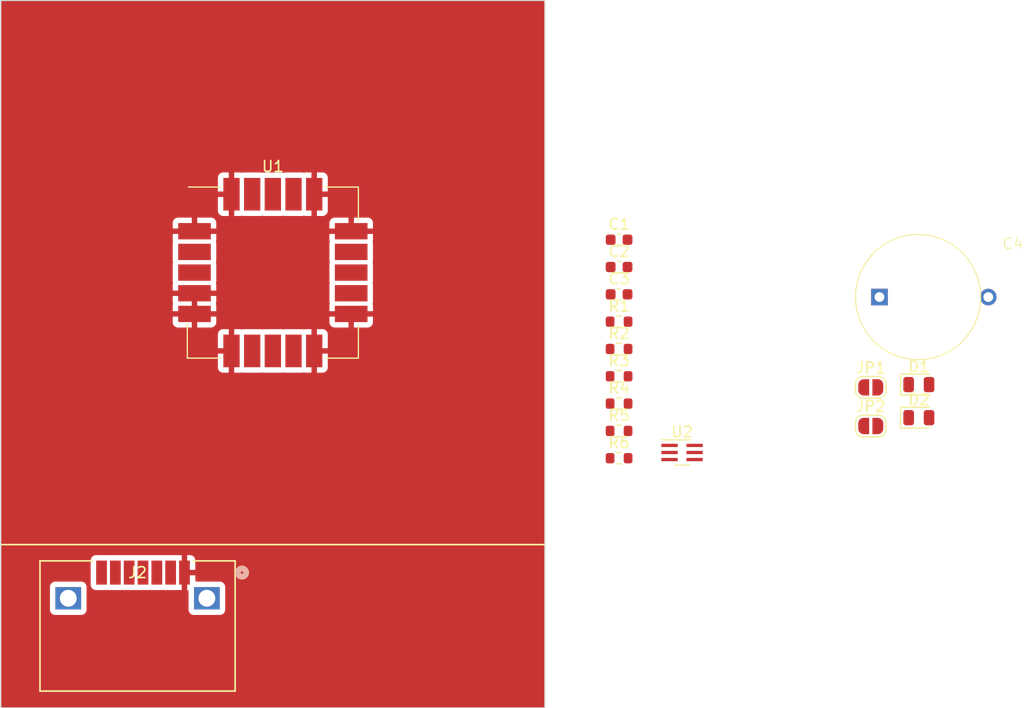
<source format=kicad_pcb>
(kicad_pcb (version 20221018) (generator pcbnew)
  (layers (0 "F.Cu" signal) (31 "B.Cu" signal) (34 "B.Paste" user) (35 "F.Paste" user) (36 "B.SilkS" user "B.Silkscreen") (37 "F.SilkS" user "F.Silkscreen") (38 "B.Mask" user) (39 "F.Mask" user) (44 "Edge.Cuts" user))
  (net 0 "")
  (net 1 "GPS_GND")
  (net 2 "GPS_3.3V")
  (net 3 "GPS_BCKP_BATT")
  (net 4 "Net-(D1-A)")
  (net 5 "Net-(D2-A)")
  (net 6 "EXTINT_GPS_D")
  (net 7 "RST_GPS_D")
  (net 8 "SDA_GPS_D")
  (net 9 "SCL_GPS_D")
  (net 10 "PPS_GPS_D")
  (net 11 "Net-(JP1-B)")
  (net 12 "Net-(JP2-B)")
  (net 13 "3.3V")
  (net 14 "Net-(U2-*CE)")
  (footprint "Resistor_SMD:R_0603_1608Metric" (layer "F.Cu") (at 179.52 111.24)
    (fp_text reference "R4" (at 0 -1.43) (layer "F.SilkS"))
    (fp_text value "2.2k")
    (fp_line (start -0.237258 -0.5225) (end 0.237258 -0.5225) (stroke (width 0.12)) (layer "F.SilkS"))
    (fp_line (start -0.237258 0.5225) (end 0.237258 0.5225) (stroke (width 0.12)) (layer "F.SilkS"))
    (pad "1" smd roundrect (at -0.825 0) (size 0.8 0.95) (layers "F.Cu" "F.Paste" "F.Mask") (net 10 "PPS_GPS_D"))
    (pad "2" smd roundrect (at 0.825 0) (size 0.8 0.95) (layers "F.Cu" "F.Paste" "F.Mask") (net 11 "Net-(JP1-B)"))
  )
  (footprint "RF_GPS:ublox_SAM-M8Q_HandSolder" (layer "F.Cu") (at 147.7 99.2)
    (fp_text reference "U1" (at 0 -9.75) (layer "F.SilkS"))
    (fp_text value "SAM-M10Q")
    (fp_line (start -7.86 4.8) (end -7.86 7.86) (stroke (width 0.12)) (layer "F.SilkS"))
    (fp_line (start -7.86 7.86) (end -4.8 7.86) (stroke (width 0.12)) (layer "F.SilkS"))
    (fp_line (start -7.75 -7.86) (end -4.8 -7.86) (stroke (width 0.12)) (layer "F.SilkS"))
    (fp_line (start 4.8 -7.86) (end 7.86 -7.86) (stroke (width 0.12)) (layer "F.SilkS"))
    (fp_line (start 4.8 7.86) (end 7.86 7.86) (stroke (width 0.12)) (layer "F.SilkS"))
    (fp_line (start 7.86 -7.86) (end 7.86 -4.8) (stroke (width 0.12)) (layer "F.SilkS"))
    (fp_line (start 7.86 4.8) (end 7.86 7.86) (stroke (width 0.12)) (layer "F.SilkS"))
    (pad "1" smd rect (at -7.2 -3.8) (size 3 1.5) (layers "F.Cu" "F.Paste" "F.Mask") (net 1 "GPS_GND"))
    (pad "2" smd rect (at -7.2 -1.9) (size 3 1.5) (layers "F.Cu" "F.Paste" "F.Mask") (net 2 "GPS_3.3V"))
    (pad "3" smd rect (at -7.2 0) (size 3 1.5) (layers "F.Cu" "F.Paste" "F.Mask") (net 3 "GPS_BCKP_BATT"))
    (pad "4" smd rect (at -7.2 1.9) (size 3 1.5) (layers "F.Cu" "F.Paste" "F.Mask") (net 1 "GPS_GND"))
    (pad "5" smd rect (at -7.2 3.8) (size 3 1.5) (layers "F.Cu" "F.Paste" "F.Mask") (net 1 "GPS_GND"))
    (pad "6" smd rect (at -3.8 7.2) (size 1.5 3) (layers "F.Cu" "F.Paste" "F.Mask") (net 1 "GPS_GND"))
    (pad "7" smd rect (at -1.9 7.2) (size 1.5 3) (layers "F.Cu" "F.Paste" "F.Mask") (net 10 "PPS_GPS_D"))
    (pad "8" smd rect (at 0 7.2) (size 1.5 3) (layers "F.Cu" "F.Paste" "F.Mask"))
    (pad "9" smd rect (at 1.9 7.2) (size 1.5 3) (layers "F.Cu" "F.Paste" "F.Mask") (net 8 "SDA_GPS_D"))
    (pad "10" smd rect (at 3.8 7.2) (size 1.5 3) (layers "F.Cu" "F.Paste" "F.Mask") (net 1 "GPS_GND"))
    (pad "11" smd rect (at 7.2 3.8) (size 3 1.5) (layers "F.Cu" "F.Paste" "F.Mask") (net 1 "GPS_GND"))
    (pad "12" smd rect (at 7.2 1.9) (size 3 1.5) (layers "F.Cu" "F.Paste" "F.Mask") (net 9 "SCL_GPS_D"))
    (pad "13" smd rect (at 7.2 0) (size 3 1.5) (layers "F.Cu" "F.Paste" "F.Mask"))
    (pad "14" smd rect (at 7.2 -1.9) (size 3 1.5) (layers "F.Cu" "F.Paste" "F.Mask"))
    (pad "15" smd rect (at 7.2 -3.8) (size 3 1.5) (layers "F.Cu" "F.Paste" "F.Mask") (net 1 "GPS_GND"))
    (pad "16" smd rect (at 3.8 -7.2) (size 1.5 3) (layers "F.Cu" "F.Paste" "F.Mask") (net 1 "GPS_GND"))
    (pad "17" smd rect (at 1.9 -7.2) (size 1.5 3) (layers "F.Cu" "F.Paste" "F.Mask") (net 2 "GPS_3.3V"))
    (pad "18" smd rect (at 0 -7.2) (size 1.5 3) (layers "F.Cu" "F.Paste" "F.Mask") (net 7 "RST_GPS_D"))
    (pad "19" smd rect (at -1.9 -7.2) (size 1.5 3) (layers "F.Cu" "F.Paste" "F.Mask") (net 6 "EXTINT_GPS_D"))
    (pad "20" smd rect (at -3.8 -7.2) (size 1.5 3) (layers "F.Cu" "F.Paste" "F.Mask") (net 1 "GPS_GND"))
  )
  (footprint "LED_SMD:LED_0805_2012Metric" (layer "F.Cu") (at 207.07 109.495)
    (fp_text reference "D1" (at 0 -1.65) (layer "F.SilkS"))
    (fp_text value "WHITE")
    (fp_line (start -1.685 -0.96) (end -1.685 0.96) (stroke (width 0.12)) (layer "F.SilkS"))
    (fp_line (start -1.685 0.96) (end 1 0.96) (stroke (width 0.12)) (layer "F.SilkS"))
    (fp_line (start 1 -0.96) (end -1.685 -0.96) (stroke (width 0.12)) (layer "F.SilkS"))
    (pad "1" smd roundrect (at -0.9375 0) (size 0.975 1.4) (layers "F.Cu" "F.Paste" "F.Mask") (net 1 "GPS_GND"))
    (pad "2" smd roundrect (at 0.9375 0) (size 0.975 1.4) (layers "F.Cu" "F.Paste" "F.Mask") (net 4 "Net-(D1-A)"))
  )
  (footprint "Capacitor_SMD:C_0603_1608Metric" (layer "F.Cu") (at 179.52 98.69)
    (fp_text reference "C2" (at 0 -1.43) (layer "F.SilkS"))
    (fp_text value "100nF")
    (fp_line (start -0.14058 -0.51) (end 0.14058 -0.51) (stroke (width 0.12)) (layer "F.SilkS"))
    (fp_line (start -0.14058 0.51) (end 0.14058 0.51) (stroke (width 0.12)) (layer "F.SilkS"))
    (pad "1" smd roundrect (at -0.775 0) (size 0.9 0.95) (layers "F.Cu" "F.Paste" "F.Mask") (net 1 "GPS_GND"))
    (pad "2" smd roundrect (at 0.775 0) (size 0.9 0.95) (layers "F.Cu" "F.Paste" "F.Mask") (net 3 "GPS_BCKP_BATT"))
  )
  (footprint "LED_SMD:LED_0805_2012Metric" (layer "F.Cu") (at 207.07 112.535)
    (fp_text reference "D2" (at 0 -1.65) (layer "F.SilkS"))
    (fp_text value "GREEN")
    (fp_line (start -1.685 -0.96) (end -1.685 0.96) (stroke (width 0.12)) (layer "F.SilkS"))
    (fp_line (start -1.685 0.96) (end 1 0.96) (stroke (width 0.12)) (layer "F.SilkS"))
    (fp_line (start 1 -0.96) (end -1.685 -0.96) (stroke (width 0.12)) (layer "F.SilkS"))
    (pad "1" smd roundrect (at -0.9375 0) (size 0.975 1.4) (layers "F.Cu" "F.Paste" "F.Mask") (net 1 "GPS_GND"))
    (pad "2" smd roundrect (at 0.9375 0) (size 0.975 1.4) (layers "F.Cu" "F.Paste" "F.Mask") (net 5 "Net-(D2-A)"))
  )
  (footprint "Capacitor_SMD:C_0603_1608Metric" (layer "F.Cu") (at 179.52 96.18)
    (fp_text reference "C1" (at 0 -1.43) (layer "F.SilkS"))
    (fp_text value "100nF")
    (fp_line (start -0.14058 -0.51) (end 0.14058 -0.51) (stroke (width 0.12)) (layer "F.SilkS"))
    (fp_line (start -0.14058 0.51) (end 0.14058 0.51) (stroke (width 0.12)) (layer "F.SilkS"))
    (pad "1" smd roundrect (at -0.775 0) (size 0.9 0.95) (layers "F.Cu" "F.Paste" "F.Mask") (net 1 "GPS_GND"))
    (pad "2" smd roundrect (at 0.775 0) (size 0.9 0.95) (layers "F.Cu" "F.Paste" "F.Mask") (net 2 "GPS_3.3V"))
  )
  (footprint "Capacitor_SMD:C_0603_1608Metric" (layer "F.Cu") (at 179.52 101.2)
    (fp_text reference "C3" (at 0 -1.43) (layer "F.SilkS"))
    (fp_text value "1uF")
    (fp_line (start -0.14058 -0.51) (end 0.14058 -0.51) (stroke (width 0.12)) (layer "F.SilkS"))
    (fp_line (start -0.14058 0.51) (end 0.14058 0.51) (stroke (width 0.12)) (layer "F.SilkS"))
    (pad "1" smd roundrect (at -0.775 0) (size 0.9 0.95) (layers "F.Cu" "F.Paste" "F.Mask") (net 2 "GPS_3.3V"))
    (pad "2" smd roundrect (at 0.775 0) (size 0.9 0.95) (layers "F.Cu" "F.Paste" "F.Mask") (net 1 "GPS_GND"))
  )
  (footprint "LMR66100:SC-70-6_Handsoldering" (layer "F.Cu") (at 185.3075 115.735)
    (fp_text reference "U2" (at 0 -1.9) (layer "F.SilkS"))
    (fp_text value "LM66100DCKR")
    (fp_line (start -0.67 1.16) (end 0.74 1.16) (stroke (width 0.12)) (layer "F.SilkS"))
    (fp_line (start 0.74 -1.16) (end -1.85 -1.16) (stroke (width 0.12)) (layer "F.SilkS"))
    (pad "1" smd rect (at -1.15 -0.65 270) (size 0.3 1.5) (layers "F.Cu" "F.Paste" "F.Mask") (net 2 "GPS_3.3V"))
    (pad "2" smd rect (at -1.15 0 270) (size 0.3 1.5) (layers "F.Cu" "F.Paste" "F.Mask") (net 1 "GPS_GND"))
    (pad "3" smd rect (at -1.15 0.65 270) (size 0.3 1.5) (layers "F.Cu" "F.Paste" "F.Mask") (net 14 "Net-(U2-*CE)"))
    (pad "4" smd rect (at 1.15 0.65 270) (size 0.3 1.5) (layers "F.Cu" "F.Paste" "F.Mask"))
    (pad "5" smd rect (at 1.15 0 270) (size 0.3 1.5) (layers "F.Cu" "F.Paste" "F.Mask"))
    (pad "6" smd rect (at 1.15 -0.65 270) (size 0.3 1.5) (layers "F.Cu" "F.Paste" "F.Mask") (net 14 "Net-(U2-*CE)"))
  )
  (footprint "Jumper:SolderJumper-2_P1.3mm_Open_RoundedPad1.0x1.5mm" (layer "F.Cu") (at 202.65 113.3)
    (fp_text reference "JP2" (at 0 -1.8) (layer "F.SilkS"))
    (fp_text value "ENA_PWR_LED")
    (fp_line (start -1.4 0.3) (end -1.4 -0.3) (stroke (width 0.12)) (layer "F.SilkS"))
    (fp_line (start -0.7 -1) (end 0.7 -1) (stroke (width 0.12)) (layer "F.SilkS"))
    (fp_line (start 0.7 1) (end -0.7 1) (stroke (width 0.12)) (layer "F.SilkS"))
    (fp_line (start 1.4 -0.3) (end 1.4 0.3) (stroke (width 0.12)) (layer "F.SilkS"))
    (fp_arc (start -1.4 -0.3) (mid -1.194975 -0.794975) (end -0.7 -1) (stroke (width 0.12)) (layer "F.SilkS"))
    (fp_arc (start -0.7 1) (mid -1.194975 0.794975) (end -1.4 0.3) (stroke (width 0.12)) (layer "F.SilkS"))
    (fp_arc (start 0.7 -1) (mid 1.194975 -0.794975) (end 1.4 -0.3) (stroke (width 0.12)) (layer "F.SilkS"))
    (fp_arc (start 1.4 0.3) (mid 1.194975 0.794975) (end 0.7 1) (stroke (width 0.12)) (layer "F.SilkS"))
    (pad "1" smd custom (at -0.65 0) (size 1 0.5) (layers "F.Cu" "F.Mask") (net 5 "Net-(D2-A)") (options (clearance outline) (anchor rect)) (primitives (gr_circle (center 0 0.25) (end 0.5 0.25) (width 0) (fill yes)) (gr_circle (center 0 -0.25) (end 0.5 -0.25) (width 0) (fill yes)) (gr_poly (pts (xy 0.5 0.75) (xy 0 0.75) (xy 0 -0.75) (xy 0.5 -0.75)) (width 0) (fill yes))))
    (pad "2" smd custom (at 0.65 0) (size 1 0.5) (layers "F.Cu" "F.Mask") (net 12 "Net-(JP2-B)") (options (clearance outline) (anchor rect)) (primitives (gr_circle (center 0 0.25) (end 0.5 0.25) (width 0) (fill yes)) (gr_circle (center 0 -0.25) (end 0.5 -0.25) (width 0) (fill yes)) (gr_poly (pts (xy 0 0.75) (xy -0.5 0.75) (xy -0.5 -0.75) (xy 0 -0.75)) (width 0) (fill yes))))
  )
  (footprint "CB5R5334HF-ZJP:CB5R5334HF-ZJP" (layer "F.Cu") (at 207.000508 101.450508)
    (fp_text reference "C4" (at 8.706992 -4.915508 unlocked) (layer "F.SilkS") (effects (font (thickness 0.1))))
    (fp_text value "330mF")
    (fp_circle (center 0 0) (end 5.75 0) (stroke (width 0.1)) (fill none) (layer "F.SilkS"))
    (pad "1" thru_hole rect (at -3.55 0) (size 1.524 1.524) (drill 0.9) (layers "*.Cu" "*.Mask") (net 3 "GPS_BCKP_BATT"))
    (pad "2" thru_hole circle (at 6.45 0) (size 1.524 1.524) (drill 0.9) (layers "*.Cu" "*.Mask") (net 1 "GPS_GND"))
  )
  (footprint "Resistor_SMD:R_0603_1608Metric" (layer "F.Cu") (at 179.52 106.22)
    (fp_text reference "R2" (at 0 -1.43) (layer "F.SilkS"))
    (fp_text value "2.2k")
    (fp_line (start -0.237258 -0.5225) (end 0.237258 -0.5225) (stroke (width 0.12)) (layer "F.SilkS"))
    (fp_line (start -0.237258 0.5225) (end 0.237258 0.5225) (stroke (width 0.12)) (layer "F.SilkS"))
    (pad "1" smd roundrect (at -0.825 0) (size 0.8 0.95) (layers "F.Cu" "F.Paste" "F.Mask") (net 13 "3.3V"))
    (pad "2" smd roundrect (at 0.825 0) (size 0.8 0.95) (layers "F.Cu" "F.Paste" "F.Mask") (net 9 "SCL_GPS_D"))
  )
  (footprint "footprints:CONN_47080-4001_MOL_SATA" (layer "F.Cu") (at 135.2666 131.677449)
    (fp_text reference "J2" (at 0 -4.904699 unlocked) (layer "F.SilkS"))
    (fp_text value "470804001")
    (fp_circle (center 9.6012 -4.904699) (end 9.9822 -4.904699) (stroke (width 0.508)) (fill none) (layer "B.SilkS"))
    (fp_line (start -8.9662 -5.981699) (end -8.9662 5.9817) (stroke (width 0.1524)) (layer "F.SilkS"))
    (fp_line (start -8.9662 5.9817) (end 8.9662 5.9817) (stroke (width 0.1524)) (layer "F.SilkS"))
    (fp_line (start -4.138041 -5.981699) (end -8.9662 -5.981699) (stroke (width 0.1524)) (layer "F.SilkS"))
    (fp_line (start 8.9662 -5.981699) (end 5.138039 -5.981699) (stroke (width 0.1524)) (layer "F.SilkS"))
    (fp_line (start 8.9662 5.9817) (end 8.9662 -5.981699) (stroke (width 0.1524)) (layer "F.SilkS"))
    (fp_circle (center 9.6012 -4.904699) (end 9.9822 -4.904699) (stroke (width 0.508)) (fill none) (layer "F.SilkS"))
    (pad "1" smd rect (at 4.309999 -4.904699) (size 0.9906 2.2098) (layers "F.Cu" "F.Paste" "F.Mask") (net 1 "GPS_GND"))
    (pad "2" smd rect (at 3.039999 -4.904699) (size 0.9906 2.2098) (layers "F.Cu" "F.Paste" "F.Mask") (net 2 "GPS_3.3V"))
    (pad "3" smd rect (at 1.769999 -4.904699) (size 0.9906 2.2098) (layers "F.Cu" "F.Paste" "F.Mask") (net 6 "EXTINT_GPS_D"))
    (pad "4" smd rect (at 0.499999 -4.904699) (size 0.9906 2.2098) (layers "F.Cu" "F.Paste" "F.Mask") (net 7 "RST_GPS_D"))
    (pad "5" smd rect (at -0.770001 -4.904699) (size 0.9906 2.2098) (layers "F.Cu" "F.Paste" "F.Mask") (net 8 "SDA_GPS_D"))
    (pad "6" smd rect (at -2.040001 -4.904699) (size 0.9906 2.2098) (layers "F.Cu" "F.Paste" "F.Mask") (net 9 "SCL_GPS_D"))
    (pad "7" smd rect (at -3.310001 -4.904699) (size 0.9906 2.2098) (layers "F.Cu" "F.Paste" "F.Mask") (net 10 "PPS_GPS_D"))
    (pad "8" thru_hole rect (at -6.37 -2.544785 90) (size 2.0574 2.3622) (drill 1.5494) (layers "*.Cu" "*.Mask"))
    (pad "9" thru_hole rect (at 6.37 -2.544785 90) (size 2.0574 2.3622) (drill 1.5494) (layers "*.Cu" "*.Mask"))
  )
  (footprint "Resistor_SMD:R_0603_1608Metric" (layer "F.Cu") (at 179.52 103.71)
    (fp_text reference "R1" (at 0 -1.43) (layer "F.SilkS"))
    (fp_text value "10k")
    (fp_line (start -0.237258 -0.5225) (end 0.237258 -0.5225) (stroke (width 0.12)) (layer "F.SilkS"))
    (fp_line (start -0.237258 0.5225) (end 0.237258 0.5225) (stroke (width 0.12)) (layer "F.SilkS"))
    (pad "1" smd roundrect (at -0.825 0) (size 0.8 0.95) (layers "F.Cu" "F.Paste" "F.Mask") (net 13 "3.3V"))
    (pad "2" smd roundrect (at 0.825 0) (size 0.8 0.95) (layers "F.Cu" "F.Paste" "F.Mask") (net 7 "RST_GPS_D"))
  )
  (footprint "Resistor_SMD:R_0603_1608Metric" (layer "F.Cu") (at 179.52 108.73)
    (fp_text reference "R3" (at 0 -1.43) (layer "F.SilkS"))
    (fp_text value "2.2k")
    (fp_line (start -0.237258 -0.5225) (end 0.237258 -0.5225) (stroke (width 0.12)) (layer "F.SilkS"))
    (fp_line (start -0.237258 0.5225) (end 0.237258 0.5225) (stroke (width 0.12)) (layer "F.SilkS"))
    (pad "1" smd roundrect (at -0.825 0) (size 0.8 0.95) (layers "F.Cu" "F.Paste" "F.Mask") (net 8 "SDA_GPS_D"))
    (pad "2" smd roundrect (at 0.825 0) (size 0.8 0.95) (layers "F.Cu" "F.Paste" "F.Mask") (net 13 "3.3V"))
  )
  (footprint "Resistor_SMD:R_0603_1608Metric" (layer "F.Cu") (at 179.52 113.75)
    (fp_text reference "R5" (at 0 -1.43) (layer "F.SilkS"))
    (fp_text value "2.2k")
    (fp_line (start -0.237258 -0.5225) (end 0.237258 -0.5225) (stroke (width 0.12)) (layer "F.SilkS"))
    (fp_line (start -0.237258 0.5225) (end 0.237258 0.5225) (stroke (width 0.12)) (layer "F.SilkS"))
    (pad "1" smd roundrect (at -0.825 0) (size 0.8 0.95) (layers "F.Cu" "F.Paste" "F.Mask") (net 2 "GPS_3.3V"))
    (pad "2" smd roundrect (at 0.825 0) (size 0.8 0.95) (layers "F.Cu" "F.Paste" "F.Mask") (net 12 "Net-(JP2-B)"))
  )
  (footprint "Jumper:SolderJumper-2_P1.3mm_Open_RoundedPad1.0x1.5mm" (layer "F.Cu") (at 202.65 109.75)
    (fp_text reference "JP1" (at 0 -1.8) (layer "F.SilkS"))
    (fp_text value "ENA_PPS_LED")
    (fp_line (start -1.4 0.3) (end -1.4 -0.3) (stroke (width 0.12)) (layer "F.SilkS"))
    (fp_line (start -0.7 -1) (end 0.7 -1) (stroke (width 0.12)) (layer "F.SilkS"))
    (fp_line (start 0.7 1) (end -0.7 1) (stroke (width 0.12)) (layer "F.SilkS"))
    (fp_line (start 1.4 -0.3) (end 1.4 0.3) (stroke (width 0.12)) (layer "F.SilkS"))
    (fp_arc (start -1.4 -0.3) (mid -1.194975 -0.794975) (end -0.7 -1) (stroke (width 0.12)) (layer "F.SilkS"))
    (fp_arc (start -0.7 1) (mid -1.194975 0.794975) (end -1.4 0.3) (stroke (width 0.12)) (layer "F.SilkS"))
    (fp_arc (start 0.7 -1) (mid 1.194975 -0.794975) (end 1.4 -0.3) (stroke (width 0.12)) (layer "F.SilkS"))
    (fp_arc (start 1.4 0.3) (mid 1.194975 0.794975) (end 0.7 1) (stroke (width 0.12)) (layer "F.SilkS"))
    (pad "1" smd custom (at -0.65 0) (size 1 0.5) (layers "F.Cu" "F.Mask") (net 4 "Net-(D1-A)") (options (clearance outline) (anchor rect)) (primitives (gr_circle (center 0 0.25) (end 0.5 0.25) (width 0) (fill yes)) (gr_circle (center 0 -0.25) (end 0.5 -0.25) (width 0) (fill yes)) (gr_poly (pts (xy 0.5 0.75) (xy 0 0.75) (xy 0 -0.75) (xy 0.5 -0.75)) (width 0) (fill yes))))
    (pad "2" smd custom (at 0.65 0) (size 1 0.5) (layers "F.Cu" "F.Mask") (net 11 "Net-(JP1-B)") (options (clearance outline) (anchor rect)) (primitives (gr_circle (center 0 0.25) (end 0.5 0.25) (width 0) (fill yes)) (gr_circle (center 0 -0.25) (end 0.5 -0.25) (width 0) (fill yes)) (gr_poly (pts (xy 0 0.75) (xy -0.5 0.75) (xy -0.5 -0.75) (xy 0 -0.75)) (width 0) (fill yes))))
  )
  (footprint "Resistor_SMD:R_0603_1608Metric" (layer "F.Cu") (at 179.52 116.26)
    (fp_text reference "R6" (at 0 -1.43) (layer "F.SilkS"))
    (fp_text value "100R")
    (fp_line (start -0.237258 -0.5225) (end 0.237258 -0.5225) (stroke (width 0.12)) (layer "F.SilkS"))
    (fp_line (start -0.237258 0.5225) (end 0.237258 0.5225) (stroke (width 0.12)) (layer "F.SilkS"))
    (pad "1" smd roundrect (at -0.825 0) (size 0.8 0.95) (layers "F.Cu" "F.Paste" "F.Mask") (net 14 "Net-(U2-*CE)"))
    (pad "2" smd roundrect (at 0.825 0) (size 0.8 0.95) (layers "F.Cu" "F.Paste" "F.Mask") (net 3 "GPS_BCKP_BATT"))
  )
  (gr_line (start 172.7 124.2) (end 122.7 124.2) (stroke (width 0.15)) (layer "F.SilkS"))
  (gr_line (start 122.7 74.2) (end 172.7 74.2) (stroke (width 0.1)) (layer "Edge.Cuts"))
  (gr_line (start 172.7 74.2) (end 172.7 139.2) (stroke (width 0.1)) (layer "Edge.Cuts"))
  (gr_line (start 122.7 139.2) (end 122.7 74.2) (stroke (width 0.1)) (layer "Edge.Cuts"))
  (gr_line (start 172.7 139.2) (end 122.7 139.2) (stroke (width 0.1)) (layer "Edge.Cuts"))
  (zone (net 1) (net_name "GPS_GND") (layers "F&B.Cu") (connect_pads (clearance 0.5)) (min_thickness 0.25) (fill yes (thermal_gap 0.5) (thermal_bridge_width 0.5))
    (polygon (pts (xy 122.7 74.2) (xy 122.7 139.2) (xy 172.7 139.2) (xy 172.7 74.2)))
  )
)
</source>
